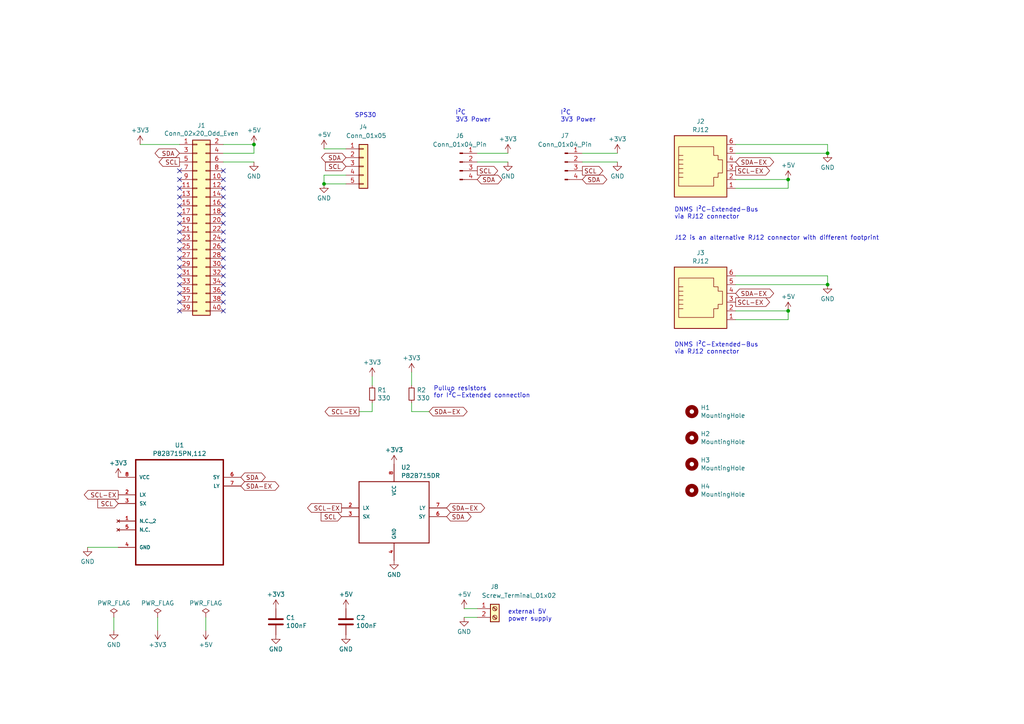
<source format=kicad_sch>
(kicad_sch (version 20230121) (generator eeschema)
  (paper "A4")
  (title_block (title "DNMS Raspberry-Pi HAT") (date "2021-06-01") (rev "V1.0"))
  (lib_symbols
    (symbol "+3V3_1" (power) (pin_names (offset 0))
      (property "Value" "+3V3_1" (at 0 3.556 0))
      (symbol "+3V3_1_0_1"
        (polyline (pts (xy -0.762 1.27) (xy 0 2.54)))
        (polyline (pts (xy 0 0) (xy 0 2.54)))
        (polyline (pts (xy 0 2.54) (xy 0.762 1.27)))
      )
      (symbol "+3V3_1_1_1"
        (pin power_in line (at 0 0 90) (length 0) hide (name "+3V3") (number "1"))
      )
    )
    (symbol "+3V3_2" (power) (pin_names (offset 0))
      (property "Value" "+3V3_2" (at 0 3.556 0))
      (symbol "+3V3_2_0_1"
        (polyline (pts (xy -0.762 1.27) (xy 0 2.54)))
        (polyline (pts (xy 0 0) (xy 0 2.54)))
        (polyline (pts (xy 0 2.54) (xy 0.762 1.27)))
      )
      (symbol "+3V3_2_1_1"
        (pin power_in line (at 0 0 90) (length 0) hide (name "+3V3") (number "1"))
      )
    )
    (symbol "+3V3_3" (power) (pin_names (offset 0))
      (property "Value" "+3V3_3" (at 0 3.556 0))
      (symbol "+3V3_3_0_1"
        (polyline (pts (xy -0.762 1.27) (xy 0 2.54)))
        (polyline (pts (xy 0 0) (xy 0 2.54)))
        (polyline (pts (xy 0 2.54) (xy 0.762 1.27)))
      )
      (symbol "+3V3_3_1_1"
        (pin power_in line (at 0 0 90) (length 0) hide (name "+3V3") (number "1"))
      )
    )
    (symbol "+3V3_4" (power) (pin_names (offset 0))
      (property "Value" "+3V3_4" (at 0 3.556 0))
      (symbol "+3V3_4_0_1"
        (polyline (pts (xy -0.762 1.27) (xy 0 2.54)))
        (polyline (pts (xy 0 0) (xy 0 2.54)))
        (polyline (pts (xy 0 2.54) (xy 0.762 1.27)))
      )
      (symbol "+3V3_4_1_1"
        (pin power_in line (at 0 0 90) (length 0) hide (name "+3V3") (number "1"))
      )
    )
    (symbol "+5V_1" (power) (pin_names (offset 0))
      (property "Value" "+5V_1" (at 0 3.556 0))
      (symbol "+5V_1_0_1"
        (polyline (pts (xy -0.762 1.27) (xy 0 2.54)))
        (polyline (pts (xy 0 0) (xy 0 2.54)))
        (polyline (pts (xy 0 2.54) (xy 0.762 1.27)))
      )
      (symbol "+5V_1_1_1"
        (pin power_in line (at 0 0 90) (length 0) hide (name "+5V") (number "1"))
      )
    )
    (symbol "+5V_2" (power) (pin_names (offset 0))
      (property "Value" "+5V_2" (at 0 3.556 0))
      (symbol "+5V_2_0_1"
        (polyline (pts (xy -0.762 1.27) (xy 0 2.54)))
        (polyline (pts (xy 0 0) (xy 0 2.54)))
        (polyline (pts (xy 0 2.54) (xy 0.762 1.27)))
      )
      (symbol "+5V_2_1_1"
        (pin power_in line (at 0 0 90) (length 0) hide (name "+5V") (number "1"))
      )
    )
    (symbol "Connector:Conn_01x04_Pin" (pin_names (offset 1.016) hide)
      (property "Reference" "J" (at 0 5.08 0))
      (property "Value" "Conn_01x04_Pin" (at 0 -7.62 0))
      (symbol "Conn_01x04_Pin_1_1"
        (polyline (pts (xy 1.27 -5.08) (xy 0.8636 -5.08)) (stroke (width 0.1524)))
        (polyline (pts (xy 1.27 -2.54) (xy 0.8636 -2.54)) (stroke (width 0.1524)))
        (polyline (pts (xy 1.27 0) (xy 0.8636 0)) (stroke (width 0.1524)))
        (polyline (pts (xy 1.27 2.54) (xy 0.8636 2.54)) (stroke (width 0.1524)))
        (rectangle (start 0.8636 -4.953) (end 0 -5.207) (stroke (width 0.1524)) (fill (type outline)))
        (rectangle (start 0.8636 -2.413) (end 0 -2.667) (stroke (width 0.1524)) (fill (type outline)))
        (rectangle (start 0.8636 0.127) (end 0 -0.127) (stroke (width 0.1524)) (fill (type outline)))
        (rectangle (start 0.8636 2.667) (end 0 2.413) (stroke (width 0.1524)) (fill (type outline)))
        (pin passive line (at 5.08 2.54 180) (length 3.81) (name "Pin_1") (number "1"))
        (pin passive line (at 5.08 0 180) (length 3.81) (name "Pin_2") (number "2"))
        (pin passive line (at 5.08 -2.54 180) (length 3.81) (name "Pin_3") (number "3"))
        (pin passive line (at 5.08 -5.08 180) (length 3.81) (name "Pin_4") (number "4"))
      )
    )
    (symbol "Connector:RJ12" (pin_names (offset 1.016))
      (property "Reference" "J" (at -5.08 11.43 0))
      (property "Value" "RJ12" (at 2.54 11.43 0))
      (symbol "RJ12_0_1"
        (polyline (pts (xy -6.35 -1.905) (xy -5.08 -1.905) (xy -5.08 -1.905)))
        (polyline (pts (xy -6.35 -0.635) (xy -5.08 -0.635) (xy -5.08 -0.635)))
        (polyline (pts (xy -6.35 0.635) (xy -5.08 0.635) (xy -5.08 0.635)))
        (polyline (pts (xy -6.35 1.905) (xy -5.08 1.905) (xy -5.08 1.905)))
        (polyline (pts (xy -6.35 3.175) (xy -5.08 3.175) (xy -5.08 3.175)))
        (polyline (pts (xy -5.08 4.445) (xy -6.35 4.445) (xy -6.35 4.445)))
        (polyline (pts (xy -6.35 -4.445) (xy -6.35 6.985) (xy 3.81 6.985) (xy 3.81 4.445) (xy 5.08 4.445) (xy 5.08 3.175) (xy 6.35 3.175) (xy 6.35 -0.635) (xy 5.08 -0.635) (xy 5.08 -1.905) (xy 3.81 -1.905) (xy 3.81 -4.445) (xy -6.35 -4.445) (xy -6.35 -4.445)))
        (rectangle (start 7.62 10.16) (end -7.62 -7.62) (stroke (width 0.254)) (fill (type background)))
      )
      (symbol "RJ12_1_1"
        (pin passive line (at 10.16 -5.08 180) (length 2.54) (name "~") (number "1"))
        (pin passive line (at 10.16 -2.54 180) (length 2.54) (name "~") (number "2"))
        (pin passive line (at 10.16 0 180) (length 2.54) (name "~") (number "3"))
        (pin passive line (at 10.16 2.54 180) (length 2.54) (name "~") (number "4"))
        (pin passive line (at 10.16 5.08 180) (length 2.54) (name "~") (number "5"))
        (pin passive line (at 10.16 7.62 180) (length 2.54) (name "~") (number "6"))
      )
    )
    (symbol "Connector:Screw_Terminal_01x02" (pin_names (offset 1.016) hide)
      (property "Reference" "J" (at 0 2.54 0))
      (property "Value" "Screw_Terminal_01x02" (at 0 -5.08 0))
      (symbol "Screw_Terminal_01x02_1_1"
        (rectangle (start -1.27 1.27) (end 1.27 -3.81) (stroke (width 0.254)) (fill (type background)))
        (circle (center 0 -2.54) (radius 0.635) (stroke (width 0.1524)))
        (polyline (pts (xy -0.5334 -2.2098) (xy 0.3302 -3.048)) (stroke (width 0.1524)))
        (polyline (pts (xy -0.5334 0.3302) (xy 0.3302 -0.508)) (stroke (width 0.1524)))
        (polyline (pts (xy -0.3556 -2.032) (xy 0.508 -2.8702)) (stroke (width 0.1524)))
        (polyline (pts (xy -0.3556 0.508) (xy 0.508 -0.3302)) (stroke (width 0.1524)))
        (circle (center 0 0) (radius 0.635) (stroke (width 0.1524)))
        (pin passive line (at -5.08 0 0) (length 3.81) (name "Pin_1") (number "1"))
        (pin passive line (at -5.08 -2.54 0) (length 3.81) (name "Pin_2") (number "2"))
      )
    )
    (symbol "Connector_Generic:Conn_01x05" (pin_names (offset 1.016) hide)
      (property "Reference" "J" (at 0 7.62 0))
      (property "Value" "Conn_01x05" (at 0 -7.62 0))
      (symbol "Conn_01x05_1_1"
        (rectangle (start -1.27 -4.953) (end 0 -5.207) (stroke (width 0.1524)))
        (rectangle (start -1.27 -2.413) (end 0 -2.667) (stroke (width 0.1524)))
        (rectangle (start -1.27 0.127) (end 0 -0.127) (stroke (width 0.1524)))
        (rectangle (start -1.27 2.667) (end 0 2.413) (stroke (width 0.1524)))
        (rectangle (start -1.27 5.207) (end 0 4.953) (stroke (width 0.1524)))
        (rectangle (start -1.27 6.35) (end 1.27 -6.35) (stroke (width 0.254)) (fill (type background)))
        (pin passive line (at -5.08 5.08 0) (length 3.81) (name "Pin_1") (number "1"))
        (pin passive line (at -5.08 2.54 0) (length 3.81) (name "Pin_2") (number "2"))
        (pin passive line (at -5.08 0 0) (length 3.81) (name "Pin_3") (number "3"))
        (pin passive line (at -5.08 -2.54 0) (length 3.81) (name "Pin_4") (number "4"))
        (pin passive line (at -5.08 -5.08 0) (length 3.81) (name "Pin_5") (number "5"))
      )
    )
    (symbol "Connector_Generic:Conn_02x20_Odd_Even" (pin_names (offset 1.016) hide)
      (property "Reference" "J" (at 1.27 25.4 0))
      (property "Value" "Conn_02x20_Odd_Even" (at 1.27 -27.94 0))
      (symbol "Conn_02x20_Odd_Even_1_1"
        (rectangle (start -1.27 -25.273) (end 0 -25.527) (stroke (width 0.1524)))
        (rectangle (start -1.27 -22.733) (end 0 -22.987) (stroke (width 0.1524)))
        (rectangle (start -1.27 -20.193) (end 0 -20.447) (stroke (width 0.1524)))
        (rectangle (start -1.27 -17.653) (end 0 -17.907) (stroke (width 0.1524)))
        (rectangle (start -1.27 -15.113) (end 0 -15.367) (stroke (width 0.1524)))
        (rectangle (start -1.27 -12.573) (end 0 -12.827) (stroke (width 0.1524)))
        (rectangle (start -1.27 -10.033) (end 0 -10.287) (stroke (width 0.1524)))
        (rectangle (start -1.27 -7.493) (end 0 -7.747) (stroke (width 0.1524)))
        (rectangle (start -1.27 -4.953) (end 0 -5.207) (stroke (width 0.1524)))
        (rectangle (start -1.27 -2.413) (end 0 -2.667) (stroke (width 0.1524)))
        (rectangle (start -1.27 0.127) (end 0 -0.127) (stroke (width 0.1524)))
        (rectangle (start -1.27 2.667) (end 0 2.413) (stroke (width 0.1524)))
        (rectangle (start -1.27 5.207) (end 0 4.953) (stroke (width 0.1524)))
        (rectangle (start -1.27 7.747) (end 0 7.493) (stroke (width 0.1524)))
        (rectangle (start -1.27 10.287) (end 0 10.033) (stroke (width 0.1524)))
        (rectangle (start -1.27 12.827) (end 0 12.573) (stroke (width 0.1524)))
        (rectangle (start -1.27 15.367) (end 0 15.113) (stroke (width 0.1524)))
        (rectangle (start -1.27 17.907) (end 0 17.653) (stroke (width 0.1524)))
        (rectangle (start -1.27 20.447) (end 0 20.193) (stroke (width 0.1524)))
        (rectangle (start -1.27 22.987) (end 0 22.733) (stroke (width 0.1524)))
        (rectangle (start -1.27 24.13) (end 3.81 -26.67) (stroke (width 0.254)) (fill (type background)))
        (rectangle (start 3.81 -25.273) (end 2.54 -25.527) (stroke (width 0.1524)))
        (rectangle (start 3.81 -22.733) (end 2.54 -22.987) (stroke (width 0.1524)))
        (rectangle (start 3.81 -20.193) (end 2.54 -20.447) (stroke (width 0.1524)))
        (rectangle (start 3.81 -17.653) (end 2.54 -17.907) (stroke (width 0.1524)))
        (rectangle (start 3.81 -15.113) (end 2.54 -15.367) (stroke (width 0.1524)))
        (rectangle (start 3.81 -12.573) (end 2.54 -12.827) (stroke (width 0.1524)))
        (rectangle (start 3.81 -10.033) (end 2.54 -10.287) (stroke (width 0.1524)))
        (rectangle (start 3.81 -7.493) (end 2.54 -7.747) (stroke (width 0.1524)))
        (rectangle (start 3.81 -4.953) (end 2.54 -5.207) (stroke (width 0.1524)))
        (rectangle (start 3.81 -2.413) (end 2.54 -2.667) (stroke (width 0.1524)))
        (rectangle (start 3.81 0.127) (end 2.54 -0.127) (stroke (width 0.1524)))
        (rectangle (start 3.81 2.667) (end 2.54 2.413) (stroke (width 0.1524)))
        (rectangle (start 3.81 5.207) (end 2.54 4.953) (stroke (width 0.1524)))
        (rectangle (start 3.81 7.747) (end 2.54 7.493) (stroke (width 0.1524)))
        (rectangle (start 3.81 10.287) (end 2.54 10.033) (stroke (width 0.1524)))
        (rectangle (start 3.81 12.827) (end 2.54 12.573) (stroke (width 0.1524)))
        (rectangle (start 3.81 15.367) (end 2.54 15.113) (stroke (width 0.1524)))
        (rectangle (start 3.81 17.907) (end 2.54 17.653) (stroke (width 0.1524)))
        (rectangle (start 3.81 20.447) (end 2.54 20.193) (stroke (width 0.1524)))
        (rectangle (start 3.81 22.987) (end 2.54 22.733) (stroke (width 0.1524)))
        (pin passive line (at -5.08 22.86 0) (length 3.81) (name "Pin_1") (number "1"))
        (pin passive line (at 7.62 12.7 180) (length 3.81) (name "Pin_10") (number "10"))
        (pin passive line (at -5.08 10.16 0) (length 3.81) (name "Pin_11") (number "11"))
        (pin passive line (at 7.62 10.16 180) (length 3.81) (name "Pin_12") (number "12"))
        (pin passive line (at -5.08 7.62 0) (length 3.81) (name "Pin_13") (number "13"))
        (pin passive line (at 7.62 7.62 180) (length 3.81) (name "Pin_14") (number "14"))
        (pin passive line (at -5.08 5.08 0) (length 3.81) (name "Pin_15") (number "15"))
        (pin passive line (at 7.62 5.08 180) (length 3.81) (name "Pin_16") (number "16"))
        (pin passive line (at -5.08 2.54 0) (length 3.81) (name "Pin_17") (number "17"))
        (pin passive line (at 7.62 2.54 180) (length 3.81) (name "Pin_18") (number "18"))
        (pin passive line (at -5.08 0 0) (length 3.81) (name "Pin_19") (number "19"))
        (pin passive line (at 7.62 22.86 180) (length 3.81) (name "Pin_2") (number "2"))
        (pin passive line (at 7.62 0 180) (length 3.81) (name "Pin_20") (number "20"))
        (pin passive line (at -5.08 -2.54 0) (length 3.81) (name "Pin_21") (number "21"))
        (pin passive line (at 7.62 -2.54 180) (length 3.81) (name "Pin_22") (number "22"))
        (pin passive line (at -5.08 -5.08 0) (length 3.81) (name "Pin_23") (number "23"))
        (pin passive line (at 7.62 -5.08 180) (length 3.81) (name "Pin_24") (number "24"))
        (pin passive line (at -5.08 -7.62 0) (length 3.81) (name "Pin_25") (number "25"))
        (pin passive line (at 7.62 -7.62 180) (length 3.81) (name "Pin_26") (number "26"))
        (pin passive line (at -5.08 -10.16 0) (length 3.81) (name "Pin_27") (number "27"))
        (pin passive line (at 7.62 -10.16 180) (length 3.81) (name "Pin_28") (number "28"))
        (pin passive line (at -5.08 -12.7 0) (length 3.81) (name "Pin_29") (number "29"))
        (pin passive line (at -5.08 20.32 0) (length 3.81) (name "Pin_3") (number "3"))
        (pin passive line (at 7.62 -12.7 180) (length 3.81) (name "Pin_30") (number "30"))
        (pin passive line (at -5.08 -15.24 0) (length 3.81) (name "Pin_31") (number "31"))
        (pin passive line (at 7.62 -15.24 180) (length 3.81) (name "Pin_32") (number "32"))
        (pin passive line (at -5.08 -17.78 0) (length 3.81) (name "Pin_33") (number "33"))
        (pin passive line (at 7.62 -17.78 180) (length 3.81) (name "Pin_34") (number "34"))
        (pin passive line (at -5.08 -20.32 0) (length 3.81) (name "Pin_35") (number "35"))
        (pin passive line (at 7.62 -20.32 180) (length 3.81) (name "Pin_36") (number "36"))
        (pin passive line (at -5.08 -22.86 0) (length 3.81) (name "Pin_37") (number "37"))
        (pin passive line (at 7.62 -22.86 180) (length 3.81) (name "Pin_38") (number "38"))
        (pin passive line (at -5.08 -25.4 0) (length 3.81) (name "Pin_39") (number "39"))
        (pin passive line (at 7.62 20.32 180) (length 3.81) (name "Pin_4") (number "4"))
        (pin passive line (at 7.62 -25.4 180) (length 3.81) (name "Pin_40") (number "40"))
        (pin passive line (at -5.08 17.78 0) (length 3.81) (name "Pin_5") (number "5"))
        (pin passive line (at 7.62 17.78 180) (length 3.81) (name "Pin_6") (number "6"))
        (pin passive line (at -5.08 15.24 0) (length 3.81) (name "Pin_7") (number "7"))
        (pin passive line (at 7.62 15.24 180) (length 3.81) (name "Pin_8") (number "8"))
        (pin passive line (at -5.08 12.7 0) (length 3.81) (name "Pin_9") (number "9"))
      )
    )
    (symbol "Device:C" (pin_numbers hide) (pin_names (offset 0.254))
      (property "Reference" "C" (at 0.635 2.54 0))
      (property "Value" "C" (at 0.635 -2.54 0))
      (symbol "C_0_1"
        (polyline (pts (xy -2.032 -0.762) (xy 2.032 -0.762)) (stroke (width 0.508)))
        (polyline (pts (xy -2.032 0.762) (xy 2.032 0.762)) (stroke (width 0.508)))
      )
      (symbol "C_1_1"
        (pin passive line (at 0 3.81 270) (length 2.794) (name "~") (number "1"))
        (pin passive line (at 0 -3.81 90) (length 2.794) (name "~") (number "2"))
      )
    )
    (symbol "Device:R_Small" (pin_numbers hide) (pin_names (offset 0.254) hide)
      (property "Reference" "R" (at 0.762 0.508 0))
      (property "Value" "R_Small" (at 0.762 -1.016 0))
      (symbol "R_Small_0_1"
        (rectangle (start -0.762 1.778) (end 0.762 -1.778) (stroke (width 0.2032)))
      )
      (symbol "R_Small_1_1"
        (pin passive line (at 0 2.54 270) (length 0.762) (name "~") (number "1"))
        (pin passive line (at 0 -2.54 90) (length 0.762) (name "~") (number "2"))
      )
    )
    (symbol "GND_1" (power) (pin_names (offset 0))
      (property "Value" "GND_1" (at 0 -3.81 0))
      (symbol "GND_1_0_1"
        (polyline (pts (xy 0 0) (xy 0 -1.27) (xy 1.27 -1.27) (xy 0 -2.54) (xy -1.27 -1.27) (xy 0 -1.27)))
      )
      (symbol "GND_1_1_1"
        (pin power_in line (at 0 0 270) (length 0) hide (name "GND") (number "1"))
      )
    )
    (symbol "GND_2" (power) (pin_names (offset 0))
      (property "Value" "GND_2" (at 0 -3.81 0))
      (symbol "GND_2_0_1"
        (polyline (pts (xy 0 0) (xy 0 -1.27) (xy 1.27 -1.27) (xy 0 -2.54) (xy -1.27 -1.27) (xy 0 -1.27)))
      )
      (symbol "GND_2_1_1"
        (pin power_in line (at 0 0 270) (length 0) hide (name "GND") (number "1"))
      )
    )
    (symbol "GND_3" (power) (pin_names (offset 0))
      (property "Value" "GND_3" (at 0 -3.81 0))
      (symbol "GND_3_0_1"
        (polyline (pts (xy 0 0) (xy 0 -1.27) (xy 1.27 -1.27) (xy 0 -2.54) (xy -1.27 -1.27) (xy 0 -1.27)))
      )
      (symbol "GND_3_1_1"
        (pin power_in line (at 0 0 270) (length 0) hide (name "GND") (number "1"))
      )
    )
    (symbol "GND_4" (power) (pin_names (offset 0))
      (property "Value" "GND_4" (at 0 -3.81 0))
      (symbol "GND_4_0_1"
        (polyline (pts (xy 0 0) (xy 0 -1.27) (xy 1.27 -1.27) (xy 0 -2.54) (xy -1.27 -1.27) (xy 0 -1.27)))
      )
      (symbol "GND_4_1_1"
        (pin power_in line (at 0 0 270) (length 0) hide (name "GND") (number "1"))
      )
    )
    (symbol "GND_5" (power) (pin_names (offset 0))
      (property "Value" "GND_5" (at 0 -3.81 0))
      (symbol "GND_5_0_1"
        (polyline (pts (xy 0 0) (xy 0 -1.27) (xy 1.27 -1.27) (xy 0 -2.54) (xy -1.27 -1.27) (xy 0 -1.27)))
      )
      (symbol "GND_5_1_1"
        (pin power_in line (at 0 0 270) (length 0) hide (name "GND") (number "1"))
      )
    )
    (symbol "Mechanical:MountingHole" (pin_names (offset 1.016))
      (property "Reference" "H" (at 0 5.08 0))
      (property "Value" "MountingHole" (at 0 3.175 0))
      (symbol "MountingHole_0_1"
        (circle (center 0 0) (radius 1.27) (stroke (width 1.27)))
      )
    )
    (symbol "P82B715DR:P82B715DR" (pin_names (offset 1.016))
      (property "Reference" "U" (at -10.1854 12.7254 0))
      (property "Value" "P82B715DR" (at -10.1854 -10.1854 0))
      (symbol "P82B715DR_0_0"
        (polyline (pts (xy -10.16 -7.62) (xy 10.16 -7.62)) (stroke (width 0.254)))
        (polyline (pts (xy -10.16 10.16) (xy -10.16 -7.62)) (stroke (width 0.254)))
        (polyline (pts (xy 10.16 -7.62) (xy 10.16 10.16)) (stroke (width 0.254)))
        (polyline (pts (xy 10.16 10.16) (xy -10.16 10.16)) (stroke (width 0.254)))
        (pin passive line (at -15.24 2.54 0) (length 5.08) (name "LX") (number "2"))
        (pin passive line (at -15.24 0 0) (length 5.08) (name "SX") (number "3"))
        (pin power_in line (at 0 -12.7 90) (length 5.08) (name "GND") (number "4"))
        (pin passive line (at 15.24 0 180) (length 5.08) (name "SY") (number "6"))
        (pin passive line (at 15.24 2.54 180) (length 5.08) (name "LY") (number "7"))
        (pin power_in line (at 0 15.24 270) (length 5.08) (name "VCC") (number "8"))
      )
    )
    (symbol "P82B715PN_112:P82B715PN,112" (pin_names (offset 1.016))
      (property "Reference" "U" (at -4.9784 15.3924 0))
      (property "Value" "P82B715PN,112" (at -4.5466 -22.2504 0))
      (symbol "P82B715PN,112_0_0"
        (polyline (pts (xy -12.7 -17.78) (xy 12.7 -17.78)) (stroke (width 0.4064)))
        (polyline (pts (xy -12.7 12.7) (xy -12.7 -17.78)) (stroke (width 0.4064)))
        (polyline (pts (xy 12.7 -17.78) (xy 12.7 12.7)) (stroke (width 0.4064)))
        (polyline (pts (xy 12.7 12.7) (xy -12.7 12.7)) (stroke (width 0.4064)))
        (pin no_connect line (at -17.78 -5.08 0) (length 5.08) (name "N.C._2") (number "1"))
        (pin bidirectional line (at -17.78 2.54 0) (length 5.08) (name "LX") (number "2"))
        (pin bidirectional line (at -17.78 0 0) (length 5.08) (name "SX") (number "3"))
        (pin passive line (at -17.78 -12.7 0) (length 5.08) (name "GND") (number "4"))
        (pin no_connect line (at -17.78 -7.62 0) (length 5.08) (name "N.C.") (number "5"))
        (pin bidirectional line (at 17.78 7.62 180) (length 5.08) (name "SY") (number "6"))
        (pin bidirectional line (at 17.78 5.08 180) (length 5.08) (name "LY") (number "7"))
        (pin power_in line (at -17.78 7.62 0) (length 5.08) (name "VCC") (number "8"))
      )
    )
    (symbol "RJ12_1" (pin_names (offset 1.016))
      (property "Reference" "J" (at -5.08 11.43 0))
      (property "Value" "RJ12" (at 2.54 11.43 0))
      (symbol "RJ12_1_0_1"
        (polyline (pts (xy -6.35 -1.905) (xy -5.08 -1.905) (xy -5.08 -1.905)))
        (polyline (pts (xy -6.35 -0.635) (xy -5.08 -0.635) (xy -5.08 -0.635)))
        (polyline (pts (xy -6.35 0.635) (xy -5.08 0.635) (xy -5.08 0.635)))
        (polyline (pts (xy -6.35 1.905) (xy -5.08 1.905) (xy -5.08 1.905)))
        (polyline (pts (xy -6.35 3.175) (xy -5.08 3.175) (xy -5.08 3.175)))
        (polyline (pts (xy -5.08 4.445) (xy -6.35 4.445) (xy -6.35 4.445)))
        (polyline (pts (xy -6.35 -4.445) (xy -6.35 6.985) (xy 3.81 6.985) (xy 3.81 4.445) (xy 5.08 4.445) (xy 5.08 3.175) (xy 6.35 3.175) (xy 6.35 -0.635) (xy 5.08 -0.635) (xy 5.08 -1.905) (xy 3.81 -1.905) (xy 3.81 -4.445) (xy -6.35 -4.445) (xy -6.35 -4.445)))
        (rectangle (start 7.62 10.16) (end -7.62 -7.62) (stroke (width 0.254)) (fill (type background)))
      )
      (symbol "RJ12_1_1_1"
        (pin passive line (at 10.16 -5.08 180) (length 2.54) (name "~") (number "1"))
        (pin passive line (at 10.16 -2.54 180) (length 2.54) (name "~") (number "2"))
        (pin passive line (at 10.16 0 180) (length 2.54) (name "~") (number "3"))
        (pin passive line (at 10.16 2.54 180) (length 2.54) (name "~") (number "4"))
        (pin passive line (at 10.16 5.08 180) (length 2.54) (name "~") (number "5"))
        (pin passive line (at 10.16 7.62 180) (length 2.54) (name "~") (number "6"))
      )
    )
    (symbol "power:+3V3" (power) (pin_names (offset 0))
      (property "Value" "+3V3" (at 0 3.556 0))
      (symbol "+3V3_0_1"
        (polyline (pts (xy -0.762 1.27) (xy 0 2.54)))
        (polyline (pts (xy 0 0) (xy 0 2.54)))
        (polyline (pts (xy 0 2.54) (xy 0.762 1.27)))
      )
      (symbol "+3V3_1_1"
        (pin power_in line (at 0 0 90) (length 0) hide (name "+3V3") (number "1"))
      )
    )
    (symbol "power:+5V" (power) (pin_names (offset 0))
      (property "Value" "+5V" (at 0 3.556 0))
      (symbol "+5V_0_1"
        (polyline (pts (xy -0.762 1.27) (xy 0 2.54)))
        (polyline (pts (xy 0 0) (xy 0 2.54)))
        (polyline (pts (xy 0 2.54) (xy 0.762 1.27)))
      )
      (symbol "+5V_1_1"
        (pin power_in line (at 0 0 90) (length 0) hide (name "+5V") (number "1"))
      )
    )
    (symbol "power:GND" (power) (pin_names (offset 0))
      (property "Value" "GND" (at 0 -3.81 0))
      (symbol "GND_0_1"
        (polyline (pts (xy 0 0) (xy 0 -1.27) (xy 1.27 -1.27) (xy 0 -2.54) (xy -1.27 -1.27) (xy 0 -1.27)))
      )
      (symbol "GND_1_1"
        (pin power_in line (at 0 0 270) (length 0) hide (name "GND") (number "1"))
      )
    )
    (symbol "power:PWR_FLAG" (power) (pin_numbers hide) (pin_names (offset 0) hide)
      (property "Value" "PWR_FLAG" (at 0 3.81 0))
      (symbol "PWR_FLAG_0_0"
        (pin power_out line (at 0 0 90) (length 0) (name "pwr") (number "1"))
      )
      (symbol "PWR_FLAG_0_1"
        (polyline (pts (xy 0 0) (xy 0 1.27) (xy -1.016 1.905) (xy 0 2.54) (xy 1.016 1.905) (xy 0 1.27)))
      )
    )
  )
  (junction (at 228.6 52.07))
  (junction (at 73.66 41.91))
  (junction (at 240.03 82.55))
  (junction (at 93.98 53.34))
  (junction (at 240.03 44.45))
  (junction (at 228.6 90.17))
  (no_connect (at 52.07 72.39))
  (no_connect (at 64.77 69.85))
  (no_connect (at 52.07 67.31))
  (no_connect (at 64.77 57.15))
  (no_connect (at 52.07 62.23))
  (no_connect (at 64.77 74.93))
  (no_connect (at 52.07 59.69))
  (no_connect (at 52.07 52.07))
  (no_connect (at 52.07 87.63))
  (no_connect (at 52.07 90.17))
  (no_connect (at 64.77 77.47))
  (no_connect (at 52.07 82.55))
  (no_connect (at 64.77 90.17))
  (no_connect (at 52.07 74.93))
  (no_connect (at 64.77 80.01))
  (no_connect (at 64.77 52.07))
  (no_connect (at 64.77 64.77))
  (no_connect (at 52.07 57.15))
  (no_connect (at 52.07 85.09))
  (no_connect (at 64.77 54.61))
  (no_connect (at 52.07 49.53))
  (no_connect (at 64.77 72.39))
  (no_connect (at 64.77 87.63))
  (no_connect (at 64.77 49.53))
  (no_connect (at 52.07 77.47))
  (no_connect (at 64.77 67.31))
  (no_connect (at 52.07 80.01))
  (no_connect (at 64.77 85.09))
  (no_connect (at 52.07 54.61))
  (no_connect (at 52.07 69.85))
  (no_connect (at 64.77 82.55))
  (no_connect (at 64.77 59.69))
  (no_connect (at 52.07 64.77))
  (no_connect (at 64.77 62.23))
  (wire (pts (xy 64.77 44.45) (xy 73.66 44.45)))
  (wire (pts (xy 228.6 52.07) (xy 228.6 54.61)))
  (wire (pts (xy 73.66 41.91) (xy 64.77 41.91)))
  (wire (pts (xy 40.64 41.91) (xy 52.07 41.91)))
  (wire (pts (xy 104.14 119.38) (xy 107.95 119.38)))
  (wire (pts (xy 33.02 179.07) (xy 33.02 182.88)))
  (wire (pts (xy 240.03 82.55) (xy 213.36 82.55)))
  (wire (pts (xy 213.36 52.07) (xy 228.6 52.07)))
  (wire (pts (xy 138.43 46.99) (xy 147.32 46.99)))
  (wire (pts (xy 100.33 50.8) (xy 93.98 50.8)))
  (wire (pts (xy 240.03 80.01) (xy 240.03 82.55)))
  (wire (pts (xy 213.36 92.71) (xy 228.6 92.71)))
  (wire (pts (xy 64.77 46.99) (xy 73.66 46.99)))
  (wire (pts (xy 213.36 80.01) (xy 240.03 80.01)))
  (wire (pts (xy 138.43 44.45) (xy 147.32 44.45)))
  (wire (pts (xy 73.66 44.45) (xy 73.66 41.91)))
  (wire (pts (xy 34.29 158.75) (xy 25.4 158.75)))
  (wire (pts (xy 100.33 53.34) (xy 93.98 53.34)))
  (wire (pts (xy 45.72 179.07) (xy 45.72 182.88)))
  (wire (pts (xy 119.38 116.84) (xy 119.38 119.38)))
  (wire (pts (xy 119.38 119.38) (xy 124.46 119.38)))
  (wire (pts (xy 119.38 107.95) (xy 119.38 111.76)))
  (wire (pts (xy 240.03 41.91) (xy 240.03 44.45)))
  (wire (pts (xy 100.33 43.18) (xy 93.98 43.18)))
  (wire (pts (xy 93.98 53.34) (xy 93.98 50.8)))
  (wire (pts (xy 168.91 46.99) (xy 179.07 46.99)))
  (wire (pts (xy 138.43 176.53) (xy 134.62 176.53)))
  (wire (pts (xy 107.95 119.38) (xy 107.95 116.84)))
  (wire (pts (xy 107.95 109.22) (xy 107.95 111.76)))
  (wire (pts (xy 228.6 90.17) (xy 228.6 92.71)))
  (wire (pts (xy 213.36 90.17) (xy 228.6 90.17)))
  (wire (pts (xy 138.43 179.07) (xy 134.62 179.07)))
  (wire (pts (xy 213.36 41.91) (xy 240.03 41.91)))
  (wire (pts (xy 168.91 44.45) (xy 179.07 44.45)))
  (wire (pts (xy 213.36 54.61) (xy 228.6 54.61)))
  (wire (pts (xy 240.03 44.45) (xy 213.36 44.45)))
  (wire (pts (xy 59.69 179.07) (xy 59.69 182.88)))
  (text "I²C \n3V3 Power" (at 162.56 35.56 0) (effects (font (size 1.27 1.27)) (justify left bottom)))
  (text "I²C \n3V3 Power" (at 132.08 35.56 0) (effects (font (size 1.27 1.27)) (justify left bottom)))
  (text "DNMS I²C-Extended-Bus\nvia RJ12 connector\n\n\nJ12 is an alternative RJ12 connector with different footprint" (at 195.58 69.85 0) (effects (font (size 1.27 1.27)) (justify left bottom)))
  (text "DNMS I²C-Extended-Bus\nvia RJ12 connector" (at 195.58 102.87 0) (effects (font (size 1.27 1.27)) (justify left bottom)))
  (text "external 5V\npower supply" (at 147.32 180.34 0) (effects (font (size 1.27 1.27)) (justify left bottom)))
  (text "Pullup resistors\nfor I²C-Extended connection" (at 125.73 115.57 0) (effects (font (size 1.27 1.27)) (justify left bottom)))
  (text "SPS30" (at 102.87 34.29 0) (effects (font (size 1.27 1.27)) (justify left bottom)))
  (global_label "SCL-EX" (shape output) (at 99.06 147.32 180) (property "Intersheetrefs" "${INTERSHEET_REFS}" (effects hide)) (property "Referenzen zwischen Schaltplänen" "${INTERSHEET_REFS}" (effects hide)))
  (global_label "SDA" (shape bidirectional) (at 52.07 44.45 180) (property "Intersheetrefs" "${INTERSHEET_REFS}" (effects hide)) (property "Referenzen zwischen Schaltplänen" "${INTERSHEET_REFS}" (effects hide)))
  (global_label "SDA" (shape bidirectional) (at 168.91 52.07 0) (property "Intersheetrefs" "${INTERSHEET_REFS}" (effects hide)) (property "Referenzen zwischen Schaltplänen" "${INTERSHEET_REFS}" (effects hide)))
  (global_label "SDA-EX" (shape bidirectional) (at 129.54 147.32 0) (property "Intersheetrefs" "${INTERSHEET_REFS}" (effects hide)) (property "Referenzen zwischen Schaltplänen" "${INTERSHEET_REFS}" (effects hide)))
  (global_label "SCL-EX" (shape output) (at 104.14 119.38 180) (property "Intersheetrefs" "${INTERSHEET_REFS}" (effects hide)) (property "Referenzen zwischen Schaltplänen" "${INTERSHEET_REFS}" (effects hide)))
  (global_label "SDA-EX" (shape bidirectional) (at 213.36 46.99 0) (property "Intersheetrefs" "${INTERSHEET_REFS}" (effects hide)) (property "Referenzen zwischen Schaltplänen" "${INTERSHEET_REFS}" (effects hide)))
  (global_label "SCL" (shape output) (at 168.91 49.53 0) (property "Intersheetrefs" "${INTERSHEET_REFS}" (effects hide)) (property "Referenzen zwischen Schaltplänen" "${INTERSHEET_REFS}" (effects hide)))
  (global_label "SCL" (shape output) (at 52.07 46.99 180) (property "Intersheetrefs" "${INTERSHEET_REFS}" (effects hide)) (property "Referenzen zwischen Schaltplänen" "${INTERSHEET_REFS}" (effects hide)))
  (global_label "SCL-EX" (shape output) (at 213.36 49.53 0) (property "Intersheetrefs" "${INTERSHEET_REFS}" (effects hide)) (property "Referenzen zwischen Schaltplänen" "${INTERSHEET_REFS}" (effects hide)))
  (global_label "SDA" (shape bidirectional) (at 69.85 138.43 0) (property "Intersheetrefs" "${INTERSHEET_REFS}" (effects hide)) (property "Referenzen zwischen Schaltplänen" "${INTERSHEET_REFS}" (effects hide)))
  (global_label "SCL" (shape input) (at 99.06 149.86 180) (property "Intersheetrefs" "${INTERSHEET_REFS}" (effects hide)) (property "Referenzen zwischen Schaltplänen" "${INTERSHEET_REFS}" (effects hide)))
  (global_label "SCL" (shape input) (at 100.33 48.26 180) (property "Intersheetrefs" "${INTERSHEET_REFS}" (effects hide)) (property "Referenzen zwischen Schaltplänen" "${INTERSHEET_REFS}" (effects hide)))
  (global_label "SDA" (shape bidirectional) (at 100.33 45.72 180) (property "Intersheetrefs" "${INTERSHEET_REFS}" (effects hide)) (property "Referenzen zwischen Schaltplänen" "${INTERSHEET_REFS}" (effects hide)))
  (global_label "SCL" (shape output) (at 138.43 49.53 0) (property "Intersheetrefs" "${INTERSHEET_REFS}" (effects hide)) (property "Referenzen zwischen Schaltplänen" "${INTERSHEET_REFS}" (effects hide)))
  (global_label "SCL" (shape input) (at 34.29 146.05 180) (property "Intersheetrefs" "${INTERSHEET_REFS}" (effects hide)) (property "Referenzen zwischen Schaltplänen" "${INTERSHEET_REFS}" (effects hide)))
  (global_label "SDA" (shape bidirectional) (at 129.54 149.86 0) (property "Intersheetrefs" "${INTERSHEET_REFS}" (effects hide)) (property "Referenzen zwischen Schaltplänen" "${INTERSHEET_REFS}" (effects hide)))
  (global_label "SDA-EX" (shape bidirectional) (at 69.85 140.97 0) (property "Intersheetrefs" "${INTERSHEET_REFS}" (effects hide)) (property "Referenzen zwischen Schaltplänen" "${INTERSHEET_REFS}" (effects hide)))
  (global_label "SCL-EX" (shape output) (at 34.29 143.51 180) (property "Intersheetrefs" "${INTERSHEET_REFS}" (effects hide)) (property "Referenzen zwischen Schaltplänen" "${INTERSHEET_REFS}" (effects hide)))
  (global_label "SDA" (shape bidirectional) (at 138.43 52.07 0) (property "Intersheetrefs" "${INTERSHEET_REFS}" (effects hide)) (property "Referenzen zwischen Schaltplänen" "${INTERSHEET_REFS}" (effects hide)))
  (global_label "SCL-EX" (shape output) (at 213.36 87.63 0) (property "Intersheetrefs" "${INTERSHEET_REFS}" (effects hide)) (property "Referenzen zwischen Schaltplänen" "${INTERSHEET_REFS}" (effects hide)))
  (global_label "SDA-EX" (shape bidirectional) (at 124.46 119.38 0) (property "Intersheetrefs" "${INTERSHEET_REFS}" (effects hide)) (property "Referenzen zwischen Schaltplänen" "${INTERSHEET_REFS}" (effects hide)))
  (global_label "SDA-EX" (shape bidirectional) (at 213.36 85.09 0) (property "Intersheetrefs" "${INTERSHEET_REFS}" (effects hide)) (property "Referenzen zwischen Schaltplänen" "${INTERSHEET_REFS}" (effects hide)))
  (symbol (lib_id "Device:C") (at 80.01 180.34 0) (unit 1)
    (property "Reference" "C1" (at 82.931 179.1716 0) (effects (justify left)))
    (property "Value" "100nF" (at 82.931 181.483 0) (effects (justify left)))
    (property "Footprint" "C_THT_100nF:C_THT_100nF_L9.0mm_W2.0mm_P5.00mm_P7.50mm" (effects hide))
  )
  (symbol (lib_id "Device:R_Small") (at 107.95 114.3 0) (unit 1)
    (property "Reference" "R1" (at 109.4486 113.1316 0) (effects (justify left)))
    (property "Value" "330" (at 109.4486 115.443 0) (effects (justify left)))
    (property "Footprint" "Resistor_THT:R_Axial_DIN0207_L6.3mm_D2.5mm_P10.16mm_Horizontal" (effects hide))
  )
  (symbol (lib_id "Device:R_Small") (at 119.38 114.3 0) (unit 1)
    (property "Reference" "R2" (at 120.8786 113.1316 0) (effects (justify left)))
    (property "Value" "330" (at 120.8786 115.443 0) (effects (justify left)))
    (property "Footprint" "Resistor_THT:R_Axial_DIN0207_L6.3mm_D2.5mm_P10.16mm_Horizontal" (effects hide))
  )
  (symbol (lib_id "Connector_Generic:Conn_02x20_Odd_Even") (at 57.15 64.77 0) (unit 1)
    (property "Reference" "J1" (at 58.42 36.3982 0))
    (property "Value" "Conn_02x20_Odd_Even" (at 58.42 38.7096 0))
    (property "Footprint" "lib:PinSocket_2x20_P2.54mm_Vertical_Centered_Anchor" (effects hide))
  )
  (symbol (lib_id "Mechanical:MountingHole") (at 200.66 119.38 0) (unit 1)
    (property "Reference" "H1" (at 203.2 118.2116 0) (effects (justify left)))
    (property "Value" "MountingHole" (at 203.2 120.523 0) (effects (justify left)))
    (property "Footprint" "lib:MountingHole_2.7mm_M2.5_uHAT_RPi" (effects hide))
  )
  (symbol (lib_id "Mechanical:MountingHole") (at 200.66 127 0) (unit 1)
    (property "Reference" "H2" (at 203.2 125.8316 0) (effects (justify left)))
    (property "Value" "MountingHole" (at 203.2 128.143 0) (effects (justify left)))
    (property "Footprint" "lib:MountingHole_2.7mm_M2.5_uHAT_RPi" (effects hide))
  )
  (symbol (lib_id "Mechanical:MountingHole") (at 200.66 134.62 0) (unit 1)
    (property "Reference" "H3" (at 203.2 133.4516 0) (effects (justify left)))
    (property "Value" "MountingHole" (at 203.2 135.763 0) (effects (justify left)))
    (property "Footprint" "lib:MountingHole_2.7mm_M2.5_uHAT_RPi" (effects hide))
  )
  (symbol (lib_id "Mechanical:MountingHole") (at 200.66 142.24 0) (unit 1)
    (property "Reference" "H4" (at 203.2 141.0716 0) (effects (justify left)))
    (property "Value" "MountingHole" (at 203.2 143.383 0) (effects (justify left)))
    (property "Footprint" "lib:MountingHole_2.7mm_M2.5_uHAT_RPi" (effects hide))
  )
  (symbol (lib_id "Device:C") (at 100.33 180.34 0) (unit 1)
    (property "Reference" "C2" (at 103.251 179.1716 0) (effects (justify left)))
    (property "Value" "100nF" (at 103.251 181.483 0) (effects (justify left)))
    (property "Footprint" "C_THT_100nF:C_THT_100nF_L9.0mm_W2.0mm_P5.00mm_P7.50mm" (effects hide))
  )
  (symbol (lib_id "Connector_Generic:Conn_01x05") (at 105.41 48.26 0) (unit 1)
    (property "Reference" "J4" (at 104.14 36.83 0) (effects (justify left)))
    (property "Value" "Conn_01x05" (at 100.33 39.37 0) (effects (justify left)))
    (property "Footprint" "Connector_JST_ZH:JST_ZH_S5B-EH_1x05_P1.50mm_Horizontal" (effects hide))
  )
  (symbol (lib_id "Connector:Screw_Terminal_01x02") (at 143.51 176.53 0) (unit 1)
    (property "Reference" "J8" (at 142.24 170.18 0) (effects (justify left)))
    (property "Value" "Screw_Terminal_01x02" (at 139.7 172.72 0) (effects (justify left)))
    (property "Footprint" "ScrewTerminalBlock:TerminalBlock_1x02_P2,54mm_P5.08mm_Horizontal" (effects hide))
  )
  (symbol (lib_name "+5V_2") (lib_id "power:+5V") (at 93.98 43.18 0) (unit 1)
    (property "Reference" "#PWR023" (effects hide))
    (property "Value" "+5V" (at 93.98 39.0469 0))
  )
  (symbol (lib_id "P82B715DR:P82B715DR") (at 114.3 149.86 0) (unit 1)
    (property "Reference" "U2" (at 116.3194 135.5557 0) (effects (justify left)))
    (property "Value" "P82B715DR" (at 116.3194 137.9799 0) (effects (justify left)))
    (property "Footprint" "P82B715:SOIC8" (effects hide))
  )
  (symbol (lib_id "Connector:RJ12") (at 203.2 87.63 0) (unit 1)
    (property "Reference" "J3" (at 203.2 73.3257 0))
    (property "Value" "RJ12" (at 203.2 75.7499 0))
    (property "Footprint" "E5566-Q0LK22-L:E5566Q0LK22L" (effects hide))
  )
  (symbol (lib_id "power:+3V3") (at 114.3 134.62 0) (unit 1)
    (property "Reference" "#PWR019" (effects hide))
    (property "Value" "+3V3" (at 114.3 130.4869 0))
  )
  (symbol (lib_name "GND_5") (lib_id "power:GND") (at 114.3 162.56 0) (unit 1)
    (property "Reference" "#PWR011" (effects hide))
    (property "Value" "GND" (at 114.3 166.6931 0))
  )
  (symbol (lib_id "power:GND") (at 179.07 46.99 0) (unit 1)
    (property "Reference" "#PWR017" (effects hide))
    (property "Value" "GND" (at 179.07 51.1231 0))
  )
  (symbol (lib_name "GND_3") (lib_id "power:GND") (at 100.33 184.15 0) (unit 1)
    (property "Reference" "#PWR08" (effects hide))
    (property "Value" "GND" (at 100.33 188.2831 0))
  )
  (symbol (lib_name "+5V_2") (lib_id "power:+5V") (at 228.6 52.07 0) (unit 1)
    (property "Reference" "#PWR024" (effects hide))
    (property "Value" "+5V" (at 228.6 47.9369 0))
  )
  (symbol (lib_id "power:+5V") (at 100.33 176.53 0) (unit 1)
    (property "Reference" "#PWR027" (effects hide))
    (property "Value" "+5V" (at 100.33 172.3969 0))
  )
  (symbol (lib_name "+3V3_1") (lib_id "power:+3V3") (at 40.64 41.91 0) (unit 1)
    (property "Reference" "#PWR01" (effects hide))
    (property "Value" "+3V3" (at 40.64 37.7769 0))
  )
  (symbol (lib_name "+5V_2") (lib_id "power:+5V") (at 73.66 41.91 0) (unit 1)
    (property "Reference" "#PWR022" (effects hide))
    (property "Value" "+5V" (at 73.66 37.7769 0))
  )
  (symbol (lib_id "power:+5V") (at 134.62 176.53 0) (unit 1)
    (property "Reference" "#PWR028" (effects hide))
    (property "Value" "+5V" (at 134.62 172.3969 0))
  )
  (symbol (lib_name "GND_5") (lib_id "power:GND") (at 240.03 44.45 0) (unit 1)
    (property "Reference" "#PWR013" (effects hide))
    (property "Value" "GND" (at 240.03 48.5831 0))
  )
  (symbol (lib_id "P82B715PN_112:P82B715PN,112") (at 52.07 146.05 0) (unit 1)
    (property "Reference" "U1" (at 52.07 129.1295 0))
    (property "Value" "P82B715PN,112" (at 52.07 131.5537 0))
    (property "Footprint" "P82B715:P82B715 DIP8" (effects hide))
    (property "Datasheet" "P82B715PN,112" (effects hide))
    (property "Field4" "None" (effects hide))
    (property "Field5" "NXP USA" (effects hide))
    (property "Field6" "Unavailable" (effects hide))
    (property "Field7" "DIP-8 NXP Semiconductors" (effects hide))
    (property "Field8" "I2C Bus Extender 8-Pin PDIP Tube" (effects hide))
  )
  (symbol (lib_name "GND_4") (lib_id "power:GND") (at 134.62 179.07 0) (unit 1)
    (property "Reference" "#PWR09" (effects hide))
    (property "Value" "GND" (at 134.62 183.2031 0))
  )
  (symbol (lib_name "GND_2") (lib_id "power:GND") (at 80.01 184.15 0) (unit 1)
    (property "Reference" "#PWR07" (effects hide))
    (property "Value" "GND" (at 80.01 188.2831 0))
  )
  (symbol (lib_name "+3V3_3") (lib_id "power:+3V3") (at 179.07 44.45 0) (unit 1)
    (property "Reference" "#PWR03" (effects hide))
    (property "Value" "+3V3" (at 179.07 40.3169 0))
  )
  (symbol (lib_id "power:GND") (at 73.66 46.99 0) (unit 1)
    (property "Reference" "#PWR014" (effects hide))
    (property "Value" "GND" (at 73.66 51.1231 0))
  )
  (symbol (lib_id "power:+3V3") (at 80.01 176.53 0) (unit 1)
    (property "Reference" "#PWR026" (effects hide))
    (property "Value" "+3V3" (at 80.01 172.3969 0))
  )
  (symbol (lib_id "power:GND") (at 147.32 46.99 0) (unit 1)
    (property "Reference" "#PWR016" (effects hide))
    (property "Value" "GND" (at 147.32 51.1231 0))
  )
  (symbol (lib_id "power:+3V3") (at 34.29 138.43 0) (unit 1)
    (property "Reference" "#PWR018" (effects hide))
    (property "Value" "+3V3" (at 34.29 134.2969 0))
  )
  (symbol (lib_name "+5V_1") (lib_id "power:+5V") (at 59.69 182.88 180) (unit 1)
    (property "Reference" "#PWR06" (effects hide))
    (property "Value" "+5V" (at 59.69 187.0131 0))
  )
  (symbol (lib_id "power:+3V3") (at 107.95 109.22 0) (unit 1)
    (property "Reference" "#PWR020" (effects hide))
    (property "Value" "+3V3" (at 107.95 105.0869 0))
  )
  (symbol (lib_id "power:+3V3") (at 119.38 107.95 0) (unit 1)
    (property "Reference" "#PWR021" (effects hide))
    (property "Value" "+3V3" (at 119.38 103.8169 0))
  )
  (symbol (lib_id "power:PWR_FLAG") (at 45.72 179.07 0) (unit 1)
    (property "Reference" "#FLG02" (effects hide))
    (property "Value" "PWR_FLAG" (at 45.72 174.9369 0))
  )
  (symbol (lib_name "GND_5") (lib_id "power:GND") (at 240.03 82.55 0) (unit 1)
    (property "Reference" "#PWR012" (effects hide))
    (property "Value" "GND" (at 240.03 86.6831 0))
  )
  (symbol (lib_id "Connector:Conn_01x04_Pin") (at 163.83 46.99 0) (unit 1)
    (property "Reference" "J7" (at 163.83 39.37 0))
    (property "Value" "Conn_01x04_Pin" (at 163.83 41.91 0))
    (property "Footprint" "Connector_PinHeader_2.54mm:PinHeader_1x04_P2.54mm_Vertical" (effects hide))
  )
  (symbol (lib_name "RJ12_1") (lib_id "Connector:RJ12") (at 203.2 49.53 0) (unit 1)
    (property "Reference" "J2" (at 203.2 35.2257 0))
    (property "Value" "RJ12" (at 203.2 37.6499 0))
    (property "Footprint" "54601906WPLF:54601906WPLF" (effects hide))
  )
  (symbol (lib_name "+3V3_2") (lib_id "power:+3V3") (at 147.32 44.45 0) (unit 1)
    (property "Reference" "#PWR02" (effects hide))
    (property "Value" "+3V3" (at 147.32 40.3169 0))
  )
  (symbol (lib_name "GND_5") (lib_id "power:GND") (at 25.4 158.75 0) (unit 1)
    (property "Reference" "#PWR010" (effects hide))
    (property "Value" "GND" (at 25.4 162.8831 0))
  )
  (symbol (lib_id "power:PWR_FLAG") (at 33.02 179.07 0) (unit 1)
    (property "Reference" "#FLG01" (effects hide))
    (property "Value" "PWR_FLAG" (at 33.02 174.9369 0))
  )
  (symbol (lib_id "power:GND") (at 93.98 53.34 0) (unit 1)
    (property "Reference" "#PWR015" (effects hide))
    (property "Value" "GND" (at 93.98 57.4731 0))
  )
  (symbol (lib_id "power:PWR_FLAG") (at 59.69 179.07 0) (unit 1)
    (property "Reference" "#FLG03" (effects hide))
    (property "Value" "PWR_FLAG" (at 59.69 174.9369 0))
  )
  (symbol (lib_id "Connector:Conn_01x04_Pin") (at 133.35 46.99 0) (unit 1)
    (property "Reference" "J6" (at 133.35 39.37 0))
    (property "Value" "Conn_01x04_Pin" (at 133.35 41.91 0))
    (property "Footprint" "Connector_PinHeader_2.54mm:PinHeader_1x04_P2.54mm_Vertical" (effects hide))
  )
  (symbol (lib_name "+3V3_4") (lib_id "power:+3V3") (at 45.72 182.88 180) (unit 1)
    (property "Reference" "#PWR05" (effects hide))
    (property "Value" "+3V3" (at 45.72 187.0131 0))
  )
  (symbol (lib_name "+5V_2") (lib_id "power:+5V") (at 228.6 90.17 0) (unit 1)
    (property "Reference" "#PWR025" (effects hide))
    (property "Value" "+5V" (at 228.6 86.0369 0))
  )
  (symbol (lib_name "GND_1") (lib_id "power:GND") (at 33.02 182.88 0) (unit 1)
    (property "Reference" "#PWR04" (effects hide))
    (property "Value" "GND" (at 33.02 187.0131 0))
  )
)
</source>
